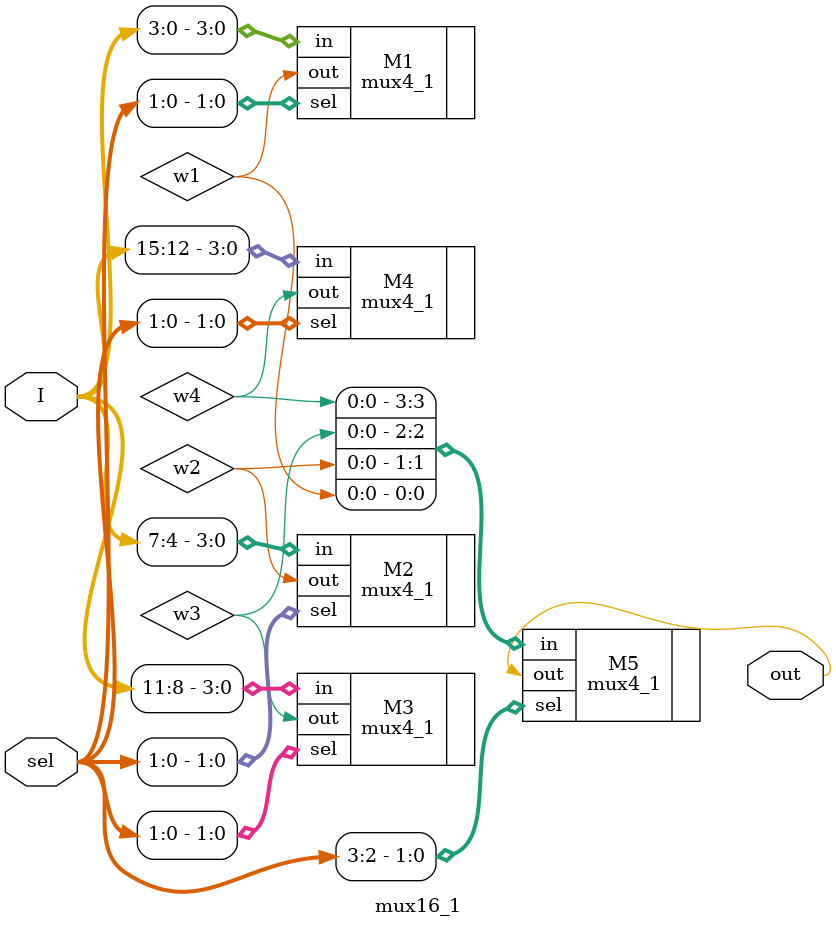
<source format=v>

module mux16_1(I,sel,out);
  input[15:0] I;
  input[3:0] sel;
  output out;

  //assign out = I[sel];
  wire w1,w2;
  mux4_1 M1(.in(I[3:0]),.sel(sel[1:0]),.out(w1));
  mux4_1 M2(.in(I[7:4]),.sel(sel[1:0]),.out(w2));
  mux4_1 M3(.in(I[11:8]),.sel(sel[1:0]),.out(w3));
  mux4_1 M4(.in(I[15:12]),.sel(sel[1:0]),.out(w4));
  mux4_1 M5(.in({w4,w3,w2,w1}),.sel(sel[3:2]),.out(out));
endmodule

</source>
